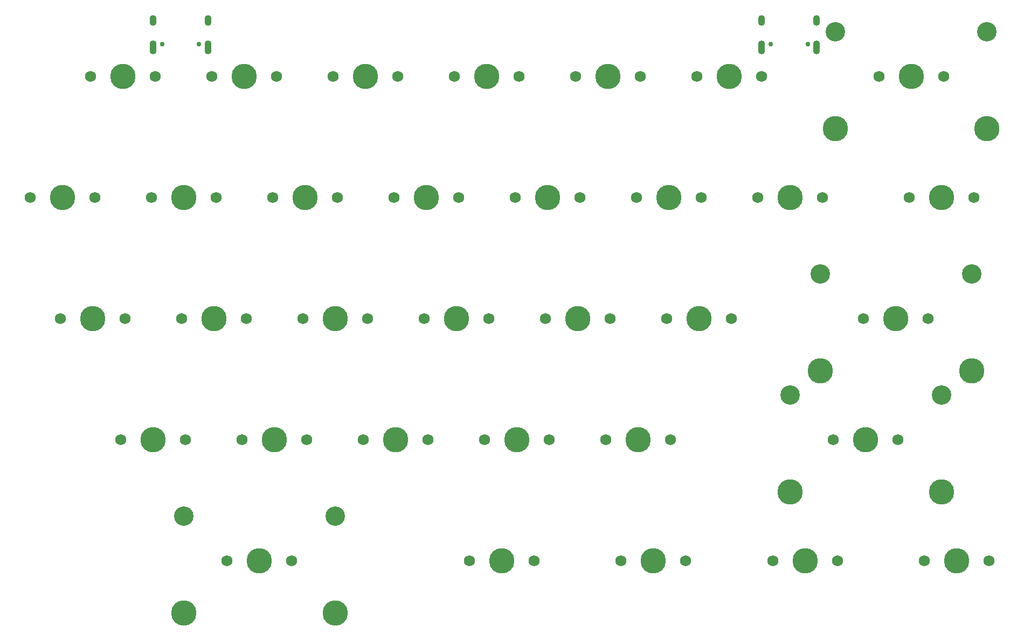
<source format=gbr>
%TF.GenerationSoftware,KiCad,Pcbnew,(5.1.10-1-10_14)*%
%TF.CreationDate,2022-06-17T19:42:32+09:00*%
%TF.ProjectId,pcb-right,7063622d-7269-4676-9874-2e6b69636164,rev?*%
%TF.SameCoordinates,Original*%
%TF.FileFunction,Soldermask,Top*%
%TF.FilePolarity,Negative*%
%FSLAX46Y46*%
G04 Gerber Fmt 4.6, Leading zero omitted, Abs format (unit mm)*
G04 Created by KiCad (PCBNEW (5.1.10-1-10_14)) date 2022-06-17 19:42:32*
%MOMM*%
%LPD*%
G01*
G04 APERTURE LIST*
%ADD10C,3.987800*%
%ADD11C,1.750000*%
%ADD12C,3.048000*%
%ADD13C,0.750000*%
%ADD14O,1.100000X2.200000*%
%ADD15O,1.100000X1.700000*%
G04 APERTURE END LIST*
D10*
%TO.C,MX25*%
X120650000Y-102393750D03*
D11*
X115570000Y-102393750D03*
X125730000Y-102393750D03*
%TD*%
D10*
%TO.C,MX23*%
X127793750Y-64293750D03*
D11*
X122713750Y-64293750D03*
X132873750Y-64293750D03*
%TD*%
D10*
%TO.C,MX32*%
X153987500Y-83343750D03*
D11*
X148907500Y-83343750D03*
X159067500Y-83343750D03*
D12*
X142081250Y-76358750D03*
X165893750Y-76358750D03*
D10*
X142081250Y-91598750D03*
X165893750Y-91598750D03*
%TD*%
%TO.C,MX33*%
X168275000Y-102393750D03*
D11*
X163195000Y-102393750D03*
X173355000Y-102393750D03*
%TD*%
D10*
%TO.C,MX28*%
X144462500Y-102393750D03*
D11*
X139382500Y-102393750D03*
X149542500Y-102393750D03*
%TD*%
D10*
%TO.C,MX20*%
X96837500Y-102393750D03*
D11*
X91757500Y-102393750D03*
X101917500Y-102393750D03*
%TD*%
D13*
%TO.C,USB2*%
X49245000Y-21109000D03*
X43465000Y-21109000D03*
D14*
X42035000Y-21639000D03*
X50675000Y-21639000D03*
D15*
X42035000Y-17459000D03*
X50675000Y-17459000D03*
%TD*%
D13*
%TO.C,USB1*%
X144876000Y-21109000D03*
X139096000Y-21109000D03*
D14*
X137666000Y-21639000D03*
X146306000Y-21639000D03*
D15*
X137666000Y-17459000D03*
X146306000Y-17459000D03*
%TD*%
D10*
%TO.C,MX31*%
X158750000Y-64293750D03*
D11*
X153670000Y-64293750D03*
X163830000Y-64293750D03*
D12*
X146843750Y-57308750D03*
X170656250Y-57308750D03*
D10*
X146843750Y-72548750D03*
X170656250Y-72548750D03*
%TD*%
%TO.C,MX30*%
X165893750Y-45243750D03*
D11*
X160813750Y-45243750D03*
X170973750Y-45243750D03*
%TD*%
D10*
%TO.C,MX29*%
X161131250Y-26193750D03*
D11*
X156051250Y-26193750D03*
X166211250Y-26193750D03*
D12*
X149225000Y-19208750D03*
X173037500Y-19208750D03*
D10*
X149225000Y-34448750D03*
X173037500Y-34448750D03*
%TD*%
%TO.C,MX27*%
X142081250Y-45243750D03*
D11*
X137001250Y-45243750D03*
X147161250Y-45243750D03*
%TD*%
D10*
%TO.C,MX26*%
X132556250Y-26193750D03*
D11*
X127476250Y-26193750D03*
X137636250Y-26193750D03*
%TD*%
D10*
%TO.C,MX24*%
X118268750Y-83343750D03*
D11*
X113188750Y-83343750D03*
X123348750Y-83343750D03*
%TD*%
D10*
%TO.C,MX22*%
X123031250Y-45243750D03*
D11*
X117951250Y-45243750D03*
X128111250Y-45243750D03*
%TD*%
D10*
%TO.C,MX21*%
X113506250Y-26193750D03*
D11*
X108426250Y-26193750D03*
X118586250Y-26193750D03*
%TD*%
D10*
%TO.C,MX19*%
X99218750Y-83343750D03*
D11*
X94138750Y-83343750D03*
X104298750Y-83343750D03*
%TD*%
D10*
%TO.C,MX18*%
X108743750Y-64293750D03*
D11*
X103663750Y-64293750D03*
X113823750Y-64293750D03*
%TD*%
D10*
%TO.C,MX17*%
X103981250Y-45243750D03*
D11*
X98901250Y-45243750D03*
X109061250Y-45243750D03*
%TD*%
D10*
%TO.C,MX16*%
X94456250Y-26193750D03*
D11*
X89376250Y-26193750D03*
X99536250Y-26193750D03*
%TD*%
D10*
%TO.C,MX15*%
X80168750Y-83343750D03*
D11*
X75088750Y-83343750D03*
X85248750Y-83343750D03*
%TD*%
D10*
%TO.C,MX14*%
X89693750Y-64293750D03*
D11*
X84613750Y-64293750D03*
X94773750Y-64293750D03*
%TD*%
D10*
%TO.C,MX13*%
X84931250Y-45243750D03*
D11*
X79851250Y-45243750D03*
X90011250Y-45243750D03*
%TD*%
D10*
%TO.C,MX12*%
X75406250Y-26193750D03*
D11*
X70326250Y-26193750D03*
X80486250Y-26193750D03*
%TD*%
D10*
%TO.C,MX11*%
X58737500Y-102393750D03*
D11*
X53657500Y-102393750D03*
X63817500Y-102393750D03*
D12*
X46831250Y-95408750D03*
X70643750Y-95408750D03*
D10*
X46831250Y-110648750D03*
X70643750Y-110648750D03*
%TD*%
%TO.C,MX10*%
X61118750Y-83343750D03*
D11*
X56038750Y-83343750D03*
X66198750Y-83343750D03*
%TD*%
D10*
%TO.C,MX9*%
X70643750Y-64293750D03*
D11*
X65563750Y-64293750D03*
X75723750Y-64293750D03*
%TD*%
D10*
%TO.C,MX8*%
X65881250Y-45243750D03*
D11*
X60801250Y-45243750D03*
X70961250Y-45243750D03*
%TD*%
D10*
%TO.C,MX7*%
X56356250Y-26193750D03*
D11*
X51276250Y-26193750D03*
X61436250Y-26193750D03*
%TD*%
D10*
%TO.C,MX6*%
X42068750Y-83343750D03*
D11*
X36988750Y-83343750D03*
X47148750Y-83343750D03*
%TD*%
D10*
%TO.C,MX5*%
X51593750Y-64293750D03*
D11*
X46513750Y-64293750D03*
X56673750Y-64293750D03*
%TD*%
D10*
%TO.C,MX4*%
X46831250Y-45243750D03*
D11*
X41751250Y-45243750D03*
X51911250Y-45243750D03*
%TD*%
D10*
%TO.C,MX3*%
X37306250Y-26193750D03*
D11*
X32226250Y-26193750D03*
X42386250Y-26193750D03*
%TD*%
D10*
%TO.C,MX2*%
X32543750Y-64293750D03*
D11*
X27463750Y-64293750D03*
X37623750Y-64293750D03*
%TD*%
D10*
%TO.C,MX1*%
X27781250Y-45243750D03*
D11*
X22701250Y-45243750D03*
X32861250Y-45243750D03*
%TD*%
M02*

</source>
